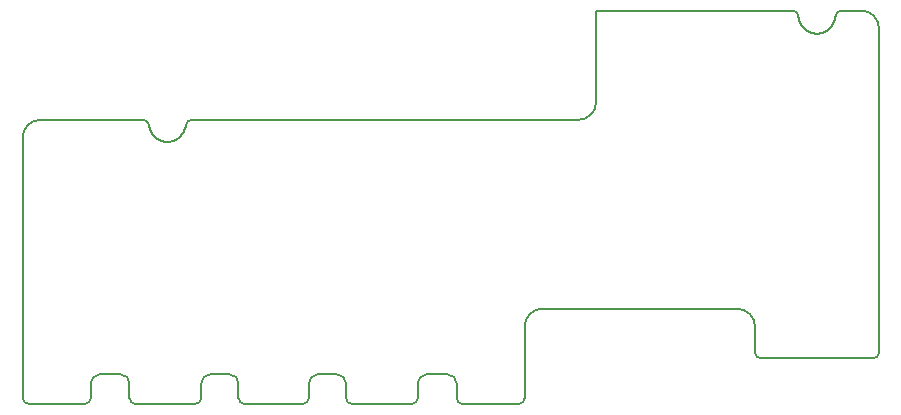
<source format=gbr>
%TF.GenerationSoftware,KiCad,Pcbnew,(5.0.0)*%
%TF.CreationDate,2019-04-13T23:36:30-04:00*%
%TF.ProjectId,Fusion USB Daughter Board,467573696F6E20555342204461756768,rev?*%
%TF.SameCoordinates,Original*%
%TF.FileFunction,Legend,Bot*%
%TF.FilePolarity,Positive*%
%FSLAX46Y46*%
G04 Gerber Fmt 4.6, Leading zero omitted, Abs format (unit mm)*
G04 Created by KiCad (PCBNEW (5.0.0)) date 04/13/19 23:36:30*
%MOMM*%
%LPD*%
G01*
G04 APERTURE LIST*
%ADD10C,0.200000*%
G04 APERTURE END LIST*
D10*
X175844523Y-100731300D02*
X175874537Y-100710100D01*
X175248101Y-100977300D02*
X175283192Y-100970800D01*
X175035584Y-100998300D02*
X175071150Y-100997000D01*
X174787114Y-100983000D02*
X174822434Y-100987800D01*
X174409341Y-100873400D02*
X174442557Y-100887500D01*
X174247966Y-100790400D02*
X174279560Y-100808600D01*
X176071720Y-100541600D02*
X176097880Y-100514800D01*
X176097880Y-100514800D02*
X176123490Y-100487400D01*
X174751899Y-100977300D02*
X174787114Y-100983000D01*
X174543794Y-100925100D02*
X174578013Y-100935900D01*
X176045030Y-100567700D02*
X176071720Y-100541600D01*
X175990122Y-100617900D02*
X176017830Y-100593200D01*
X175814091Y-100751700D02*
X175844523Y-100731300D01*
X175961925Y-100642000D02*
X175990122Y-100617900D01*
X174928850Y-100997000D02*
X174964416Y-100998300D01*
X175318144Y-100963300D02*
X175352939Y-100955000D01*
X175933253Y-100665400D02*
X175961925Y-100642000D01*
X175106680Y-100994800D02*
X175142158Y-100991800D01*
X175142158Y-100991800D02*
X175177566Y-100987800D01*
X174857842Y-100991800D02*
X174893320Y-100994800D01*
X175071150Y-100997000D02*
X175106680Y-100994800D01*
X175904118Y-100688100D02*
X175933253Y-100665400D01*
X175456206Y-100925100D02*
X175490200Y-100913400D01*
X175874537Y-100710100D02*
X175904118Y-100688100D01*
X175783256Y-100771500D02*
X175814091Y-100751700D01*
X175752034Y-100790400D02*
X175783256Y-100771500D01*
X175623583Y-100858400D02*
X175656199Y-100842600D01*
X174578013Y-100935900D02*
X174612442Y-100945900D01*
X175387558Y-100945900D02*
X175421987Y-100935900D01*
X174376417Y-100858400D02*
X174409341Y-100873400D01*
X175352939Y-100955000D02*
X175387558Y-100945900D01*
X175283192Y-100970800D02*
X175318144Y-100963300D01*
X175212886Y-100983000D02*
X175248101Y-100977300D01*
X174647061Y-100955000D02*
X174681856Y-100963300D01*
X174893320Y-100994800D02*
X174928850Y-100997000D01*
X174822434Y-100987800D02*
X174857842Y-100991800D01*
X175720440Y-100808600D02*
X175752034Y-100790400D01*
X174612442Y-100945900D02*
X174647061Y-100955000D01*
X174311510Y-100826000D02*
X174343801Y-100842600D01*
X174681856Y-100963300D02*
X174716808Y-100970800D01*
X174343801Y-100842600D02*
X174376417Y-100858400D01*
X175177566Y-100987800D02*
X175212886Y-100983000D01*
X175688490Y-100826000D02*
X175720440Y-100808600D01*
X174716808Y-100970800D02*
X174751899Y-100977300D01*
X175656199Y-100842600D02*
X175688490Y-100826000D01*
X175490200Y-100913400D02*
X175523951Y-100900900D01*
X174509800Y-100913400D02*
X174543794Y-100925100D01*
X174964416Y-100998300D02*
X175000000Y-100998800D01*
X174279560Y-100808600D02*
X174311510Y-100826000D01*
X175421987Y-100935900D02*
X175456206Y-100925100D01*
X175523951Y-100900900D02*
X175557443Y-100887500D01*
X174442557Y-100887500D02*
X174476049Y-100900900D01*
X175000000Y-100998800D02*
X175035584Y-100998300D01*
X175557443Y-100887500D02*
X175590659Y-100873400D01*
X176017830Y-100593200D02*
X176045030Y-100567700D01*
X175590659Y-100873400D02*
X175623583Y-100858400D01*
X174476049Y-100900900D02*
X174509800Y-100913400D01*
X121071400Y-109698700D02*
X121096800Y-109672700D01*
X120541500Y-110050700D02*
X120573900Y-110037400D01*
X119965500Y-110155100D02*
X120000000Y-110155500D01*
X120342600Y-110114300D02*
X120376200Y-110105700D01*
X119759200Y-110135300D02*
X119793400Y-110140700D01*
X119590300Y-110096300D02*
X119623800Y-110105700D01*
X121045500Y-109724000D02*
X121071400Y-109698700D01*
X120103500Y-110151800D02*
X120137900Y-110148900D01*
X120069000Y-110153900D02*
X120103500Y-110151800D01*
X120034500Y-110155100D02*
X120069000Y-110153900D01*
X119896500Y-110151800D02*
X119931000Y-110153900D01*
X119268600Y-109959200D02*
X119299500Y-109976300D01*
X121019100Y-109748700D02*
X121045500Y-109724000D01*
X120240800Y-110135300D02*
X120274800Y-110129100D01*
X119557000Y-110086100D02*
X119590300Y-110096300D01*
X119238100Y-109941300D02*
X119268600Y-109959200D01*
X119491100Y-110063300D02*
X119524000Y-110075100D01*
X120606000Y-110023300D02*
X120637800Y-110008400D01*
X119207900Y-109922700D02*
X119238100Y-109941300D01*
X120992200Y-109772800D02*
X121019100Y-109748700D01*
X120409700Y-110096300D02*
X120443000Y-110086100D01*
X120443000Y-110086100D02*
X120476000Y-110075100D01*
X120172300Y-110145200D02*
X120206600Y-110140700D01*
X120731400Y-109959200D02*
X120761900Y-109941300D01*
X120376200Y-110105700D02*
X120409700Y-110096300D01*
X119119700Y-109862600D02*
X119148700Y-109883300D01*
X120964900Y-109796300D02*
X120992200Y-109772800D01*
X120937200Y-109819000D02*
X120964900Y-109796300D01*
X120909000Y-109841100D02*
X120937200Y-109819000D01*
X120880300Y-109862600D02*
X120909000Y-109841100D01*
X120851300Y-109883300D02*
X120880300Y-109862600D01*
X120669300Y-109992700D02*
X120700500Y-109976300D01*
X119931000Y-110153900D02*
X119965500Y-110155100D01*
X119725200Y-110129100D02*
X119759200Y-110135300D01*
X120637800Y-110008400D02*
X120669300Y-109992700D01*
X120573900Y-110037400D02*
X120606000Y-110023300D01*
X120508900Y-110063300D02*
X120541500Y-110050700D01*
X119394000Y-110023300D02*
X119426100Y-110037400D01*
X120206600Y-110140700D02*
X120240800Y-110135300D01*
X119330700Y-109992700D02*
X119362200Y-110008400D01*
X120137900Y-110148900D02*
X120172300Y-110145200D01*
X119691200Y-110122100D02*
X119725200Y-110129100D01*
X119524000Y-110075100D02*
X119557000Y-110086100D01*
X119657400Y-110114300D02*
X119691200Y-110122100D01*
X119362200Y-110008400D02*
X119394000Y-110023300D01*
X120792100Y-109922700D02*
X120821900Y-109903300D01*
X120761900Y-109941300D02*
X120792100Y-109922700D01*
X120476000Y-110075100D02*
X120508900Y-110063300D01*
X119299500Y-109976300D02*
X119330700Y-109992700D01*
X120700500Y-109976300D02*
X120731400Y-109959200D01*
X120274800Y-110129100D02*
X120308800Y-110122100D01*
X119862100Y-110148900D02*
X119896500Y-110151800D01*
X119623800Y-110105700D02*
X119657400Y-110114300D01*
X119458500Y-110050700D02*
X119491100Y-110063300D01*
X119426100Y-110037400D02*
X119458500Y-110050700D01*
X119091000Y-109841100D02*
X119119700Y-109862600D01*
X120308800Y-110122100D02*
X120342600Y-110114300D01*
X119793400Y-110140700D02*
X119827700Y-110145200D01*
X119062800Y-109819000D02*
X119091000Y-109841100D01*
X119148700Y-109883300D02*
X119178100Y-109903300D01*
X120821900Y-109903300D02*
X120851300Y-109883300D01*
X120000000Y-110155500D02*
X120034500Y-110155100D01*
X119178100Y-109903300D02*
X119207900Y-109922700D01*
X119827700Y-110145200D02*
X119862100Y-110148900D01*
X176327570Y-100214200D02*
X176347110Y-100181200D01*
X176220260Y-100371600D02*
X176242980Y-100341200D01*
X176196950Y-100401400D02*
X176220260Y-100371600D01*
X118451500Y-108826800D02*
X118460600Y-108863800D01*
X176265070Y-100310200D02*
X176286550Y-100278700D01*
X176527100Y-99752900D02*
X176537340Y-99715100D01*
X176401670Y-100079400D02*
X176418480Y-100044600D01*
X176148550Y-100459300D02*
X176173040Y-100430700D01*
X118460600Y-108863800D02*
X118470400Y-108900600D01*
X176577050Y-99522700D02*
X176582670Y-99483700D01*
X176537340Y-99715100D02*
X176546820Y-99677100D01*
X118573700Y-109184400D02*
X118589700Y-109218400D01*
X118954500Y-109724000D02*
X118980900Y-109748700D01*
X118980900Y-109748700D02*
X119007800Y-109772800D01*
X118928600Y-109698700D02*
X118954500Y-109724000D01*
X118762000Y-109504700D02*
X118784200Y-109534100D01*
X118903200Y-109672700D02*
X118928600Y-109698700D01*
X118878400Y-109646100D02*
X118903200Y-109672700D01*
X118854000Y-109619000D02*
X118878400Y-109646100D01*
X118830200Y-109591200D02*
X118854000Y-109619000D01*
X176478640Y-99901400D02*
X176491870Y-99864800D01*
X118558400Y-109150100D02*
X118573700Y-109184400D01*
X118492000Y-108973300D02*
X118503900Y-109009300D01*
X118435600Y-108752300D02*
X118443200Y-108789700D01*
X176563480Y-99600300D02*
X176570650Y-99561600D01*
X176434590Y-100009300D02*
X176450000Y-99973700D01*
X176464680Y-99937800D02*
X176478640Y-99901400D01*
X176384160Y-100113700D02*
X176401670Y-100079400D01*
X176347110Y-100181200D02*
X176365970Y-100147700D01*
X176418480Y-100044600D02*
X176434590Y-100009300D01*
X176504360Y-99827800D02*
X176516100Y-99790500D01*
X176173040Y-100430700D02*
X176196950Y-100401400D01*
X176242980Y-100341200D02*
X176265070Y-100310200D01*
X118443200Y-108789700D02*
X118451500Y-108826800D01*
X176516100Y-99790500D02*
X176527100Y-99752900D01*
X118806900Y-109563000D02*
X118830200Y-109591200D01*
X118543700Y-109115400D02*
X118558400Y-109150100D01*
X118784200Y-109534100D02*
X118806900Y-109563000D01*
X118719400Y-109444400D02*
X118740400Y-109474800D01*
X118699000Y-109413500D02*
X118719400Y-109444400D01*
X118529800Y-109080400D02*
X118543700Y-109115400D01*
X118660100Y-109350200D02*
X118679200Y-109382100D01*
X118623600Y-109285200D02*
X118641500Y-109317900D01*
X118606300Y-109252000D02*
X118623600Y-109285200D01*
X176307380Y-100246700D02*
X176327570Y-100214200D01*
X118503900Y-109009300D02*
X118516500Y-109045000D01*
X118470400Y-108900600D02*
X118480800Y-108937100D01*
X118428700Y-108714700D02*
X118435600Y-108752300D01*
X176546820Y-99677100D02*
X176555540Y-99638800D01*
X176123490Y-100487400D02*
X176148550Y-100459300D01*
X176570650Y-99561600D02*
X176577050Y-99522700D01*
X176491870Y-99864800D02*
X176504360Y-99827800D01*
X176286550Y-100278700D02*
X176307380Y-100246700D01*
X176365970Y-100147700D02*
X176384160Y-100113700D01*
X119035100Y-109796300D02*
X119062800Y-109819000D01*
X118589700Y-109218400D02*
X118606300Y-109252000D01*
X119007800Y-109772800D02*
X119035100Y-109796300D01*
X118740400Y-109474800D02*
X118762000Y-109504700D01*
X118480800Y-108937100D02*
X118492000Y-108973300D01*
X176555540Y-99638800D02*
X176563480Y-99600300D01*
X118679200Y-109382100D02*
X118699000Y-109413500D01*
X118641500Y-109317900D02*
X118660100Y-109350200D01*
X118516500Y-109045000D02*
X118529800Y-109080400D01*
X176450000Y-99973700D02*
X176464680Y-99937800D01*
X121441600Y-109150100D02*
X121456300Y-109115400D01*
X121358500Y-109317900D02*
X121376400Y-109285200D01*
X121339900Y-109350200D02*
X121358500Y-109317900D01*
X121393700Y-109252000D02*
X121410300Y-109218400D01*
X121496100Y-109009300D02*
X121508000Y-108973300D01*
X121301000Y-109413500D02*
X121320800Y-109382100D01*
X121121600Y-109646100D02*
X121146000Y-109619000D01*
X121548500Y-108826800D02*
X121556800Y-108789700D01*
X121564400Y-108752300D02*
X121571300Y-108714700D01*
X121519200Y-108937100D02*
X121529600Y-108900600D01*
X121215800Y-109534100D02*
X121238000Y-109504700D01*
X121539400Y-108863800D02*
X121548500Y-108826800D01*
X121483500Y-109045000D02*
X121496100Y-109009300D01*
X121456300Y-109115400D02*
X121470200Y-109080400D01*
X121508000Y-108973300D02*
X121519200Y-108937100D01*
X121146000Y-109619000D02*
X121169800Y-109591200D01*
X121320800Y-109382100D02*
X121339900Y-109350200D01*
X121376400Y-109285200D02*
X121393700Y-109252000D01*
X121426300Y-109184400D02*
X121441600Y-109150100D01*
X121259600Y-109474800D02*
X121280600Y-109444400D01*
X121280600Y-109444400D02*
X121301000Y-109413500D01*
X121556800Y-108789700D02*
X121564400Y-108752300D01*
X121410300Y-109218400D02*
X121426300Y-109184400D01*
X121470200Y-109080400D02*
X121483500Y-109045000D01*
X121169800Y-109591200D02*
X121193100Y-109563000D01*
X121096800Y-109672700D02*
X121121600Y-109646100D01*
X121238000Y-109504700D02*
X121259600Y-109474800D01*
X121529600Y-108900600D02*
X121539400Y-108863800D01*
X121193100Y-109563000D02*
X121215800Y-109534100D01*
X117936045Y-108299999D02*
G75*
G02X118428722Y-108714735I0J-500001D01*
G01*
X107750476Y-109800000D02*
G75*
G02X109250476Y-108300000I1500000J0D01*
G01*
X108250476Y-132350000D02*
X113014721Y-132350000D01*
X108250476Y-132350000D02*
G75*
G02X107750476Y-131850000I0J500000D01*
G01*
X117936045Y-108300000D02*
X109250476Y-108300000D01*
X107750476Y-109800000D02*
X107750476Y-131850000D01*
X113514721Y-131850000D02*
G75*
G02X113014721Y-132350000I-500000J0D01*
G01*
X174125463Y-100710100D02*
X174155477Y-100731300D01*
X173928280Y-100541600D02*
X173954970Y-100567700D01*
X174095882Y-100688100D02*
X174125463Y-100710100D01*
X174066747Y-100665400D02*
X174095882Y-100688100D01*
X174038075Y-100642000D02*
X174066747Y-100665400D01*
X173713450Y-100278700D02*
X173734930Y-100310200D01*
X173565410Y-100009300D02*
X173581520Y-100044600D01*
X173757020Y-100341200D02*
X173779740Y-100371600D01*
X174009878Y-100617900D02*
X174038075Y-100642000D01*
X173672430Y-100214200D02*
X173692620Y-100246700D01*
X173615840Y-100113700D02*
X173634030Y-100147700D01*
X173851450Y-100459300D02*
X173876510Y-100487400D01*
X173652890Y-100181200D02*
X173672430Y-100214200D01*
X174216744Y-100771500D02*
X174247966Y-100790400D01*
X174185909Y-100751700D02*
X174216744Y-100771500D01*
X174155477Y-100731300D02*
X174185909Y-100751700D01*
X173634030Y-100147700D02*
X173652890Y-100181200D01*
X173734930Y-100310200D02*
X173757020Y-100341200D01*
X173598330Y-100079400D02*
X173615840Y-100113700D01*
X173982170Y-100593200D02*
X174009878Y-100617900D01*
X173954970Y-100567700D02*
X173982170Y-100593200D01*
X173692620Y-100246700D02*
X173713450Y-100278700D01*
X173581520Y-100044600D02*
X173598330Y-100079400D01*
X173826960Y-100430700D02*
X173851450Y-100459300D01*
X173779740Y-100371600D02*
X173803050Y-100401400D01*
X173803050Y-100401400D02*
X173826960Y-100430700D01*
X173876510Y-100487400D02*
X173902120Y-100514800D01*
X173902120Y-100514800D02*
X173928280Y-100541600D01*
X126523615Y-132350000D02*
X131476385Y-132350000D01*
X172921746Y-99050000D02*
X156300000Y-99050000D01*
X172921746Y-99050000D02*
G75*
G02X173417335Y-99483729I0J-500000D01*
G01*
X170250000Y-128500000D02*
X179750000Y-128500000D01*
X173550000Y-99973700D02*
X173565410Y-100009300D01*
X173535320Y-99937800D02*
X173550000Y-99973700D01*
X173444460Y-99638800D02*
X173453180Y-99677100D01*
X125273615Y-129850000D02*
G75*
G02X126023615Y-130600000I0J-750000D01*
G01*
X173417330Y-99483700D02*
X173422950Y-99522700D01*
X156300000Y-106800000D02*
G75*
G02X154800000Y-108300000I-1500000J0D01*
G01*
X150249524Y-125789340D02*
G75*
G02X151749524Y-124289340I1500000J0D01*
G01*
X180250000Y-128000000D02*
X180250000Y-100550000D01*
X180250000Y-128000000D02*
G75*
G02X179750000Y-128500000I-500000J0D01*
G01*
X117296238Y-132350000D02*
X122370701Y-132350000D01*
X141203762Y-131850000D02*
X141203762Y-130600000D01*
X173521360Y-99901400D02*
X173535320Y-99937800D01*
X123620701Y-129850000D02*
X125273615Y-129850000D01*
X122870701Y-131850000D02*
G75*
G02X122370701Y-132350000I-500000J0D01*
G01*
X122870701Y-130600000D02*
G75*
G02X123620701Y-129850000I750000J0D01*
G01*
X173508130Y-99864800D02*
X173521360Y-99901400D01*
X132726385Y-129850000D02*
X134379299Y-129850000D01*
X173495640Y-99827800D02*
X173508130Y-99864800D01*
X173472900Y-99752900D02*
X173483900Y-99790500D01*
X173436520Y-99600300D02*
X173444460Y-99638800D01*
X173462660Y-99715100D02*
X173472900Y-99752900D01*
X173429350Y-99561600D02*
X173436520Y-99600300D01*
X113514721Y-130600000D02*
G75*
G02X114264721Y-129850000I750000J0D01*
G01*
X141203762Y-131850000D02*
G75*
G02X140703762Y-132350000I-500000J0D01*
G01*
X150249524Y-131850000D02*
G75*
G02X149749524Y-132350000I-500000J0D01*
G01*
X135129299Y-130600000D02*
X135129299Y-131850000D01*
X122870701Y-131850000D02*
X122870701Y-130600000D01*
X134379299Y-129850000D02*
G75*
G02X135129299Y-130600000I0J-750000D01*
G01*
X173422950Y-99522700D02*
X173429350Y-99561600D01*
X144985279Y-132350000D02*
X149749524Y-132350000D01*
X143735279Y-129850000D02*
G75*
G02X144485279Y-130600000I0J-750000D01*
G01*
X135629299Y-132350000D02*
X140703762Y-132350000D01*
X156300000Y-99050000D02*
X156300000Y-106800000D01*
X169750000Y-125789340D02*
X169750000Y-128000000D01*
X131976385Y-131850000D02*
G75*
G02X131476385Y-132350000I-500000J0D01*
G01*
X126023615Y-130600000D02*
X126023615Y-131850000D01*
X150249524Y-131850000D02*
X150249524Y-125789340D01*
X173453180Y-99677100D02*
X173462660Y-99715100D01*
X178750000Y-99050000D02*
G75*
G02X180250000Y-100550000I0J-1500000D01*
G01*
X126523615Y-132350000D02*
G75*
G02X126023615Y-131850000I0J500000D01*
G01*
X116796238Y-130600000D02*
X116796238Y-131850000D01*
X176582665Y-99483729D02*
G75*
G02X177078254Y-99050000I495589J-66271D01*
G01*
X178750000Y-99050000D02*
X177078254Y-99050000D01*
X170250000Y-128500000D02*
G75*
G02X169750000Y-128000000I0J500000D01*
G01*
X168250000Y-124289340D02*
G75*
G02X169750000Y-125789340I0J-1500000D01*
G01*
X135629299Y-132350000D02*
G75*
G02X135129299Y-131850000I0J500000D01*
G01*
X131976385Y-130600000D02*
G75*
G02X132726385Y-129850000I750000J0D01*
G01*
X116046238Y-129850000D02*
G75*
G02X116796238Y-130600000I0J-750000D01*
G01*
X141953762Y-129850000D02*
X143735279Y-129850000D01*
X141203762Y-130600000D02*
G75*
G02X141953762Y-129850000I750000J0D01*
G01*
X114264721Y-129850000D02*
X116046238Y-129850000D01*
X117296238Y-132350000D02*
G75*
G02X116796238Y-131850000I0J500000D01*
G01*
X131976385Y-131850000D02*
X131976385Y-130600000D01*
X151749524Y-124289340D02*
X168250000Y-124289340D01*
X173483900Y-99790500D02*
X173495640Y-99827800D01*
X121571279Y-108714735D02*
G75*
G02X122063955Y-108300000I492676J-85265D01*
G01*
X113514721Y-131850000D02*
X113514721Y-130600000D01*
X154800000Y-108300000D02*
X122063955Y-108300000D01*
X144985279Y-132350000D02*
G75*
G02X144485279Y-131850000I0J500000D01*
G01*
X144485279Y-130600000D02*
X144485279Y-131850000D01*
M02*

</source>
